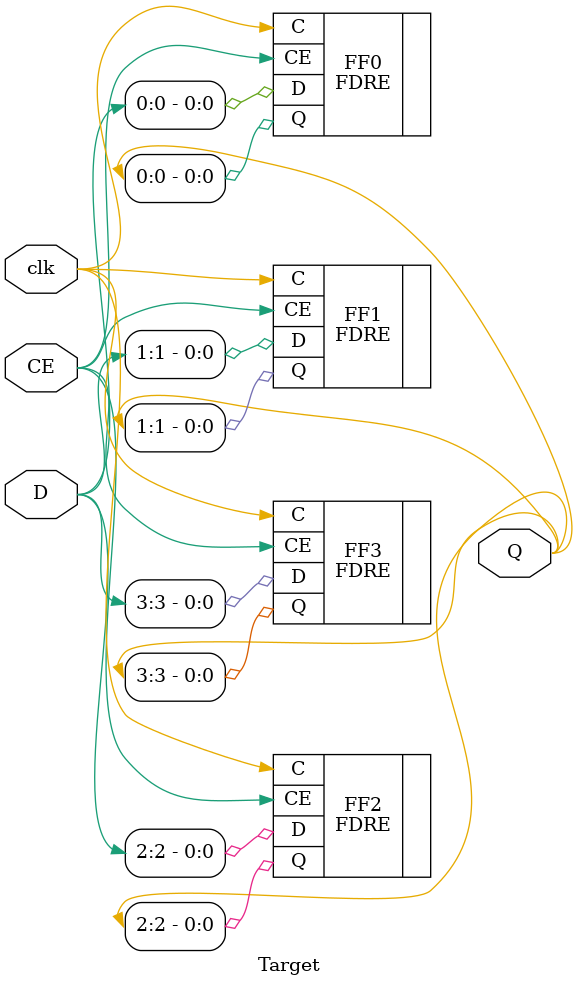
<source format=v>
`timescale 1ns / 1ps


module Target(
    input clk,
    input [3:0] D,
    input CE,
    output [3:0] Q
    );
    FDRE FF0 (.C(clk), .CE(CE) , .D(D[0]), .Q(Q[0]));
    FDRE FF1 (.C(clk), .CE(CE) , .D(D[1]), .Q(Q[1]));
    FDRE FF2 (.C(clk), .CE(CE) , .D(D[2]), .Q(Q[2]));
    FDRE FF3 (.C(clk), .CE(CE) , .D(D[3]), .Q(Q[3]));
endmodule
    

</source>
